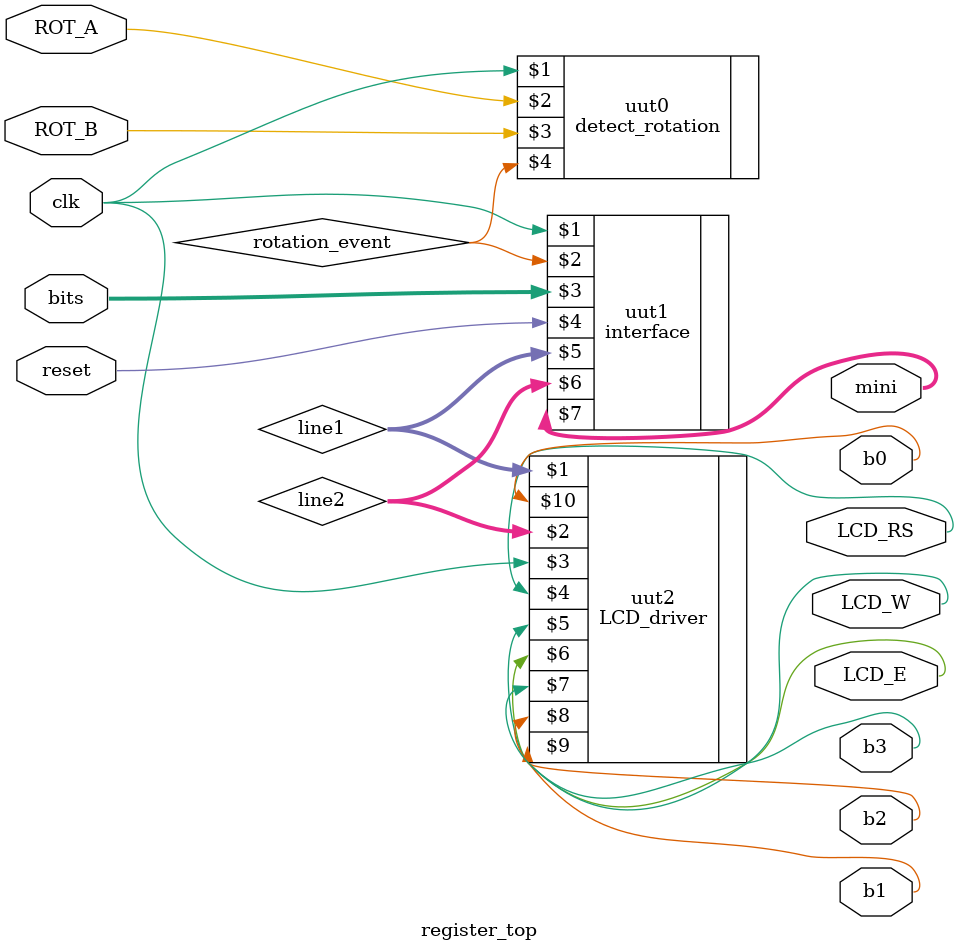
<source format=v>
`timescale 1ns / 1ps
module register_top(clk, ROT_A, ROT_B, bits, LCD_RS, LCD_W, LCD_E, b3, b2, b1, b0, reset, mini);
        input [3:0]bits;
        input clk,ROT_A,ROT_B,reset;
        output LCD_RS, LCD_W, LCD_E, b3, b2, b1, b0;
		  output [3:0] mini;
		  wire LCD_RS, LCD_W, LCD_E, b3, b2, b1, b0;
        wire rotation_event;
        wire [127:0]line1;
        wire [127:0]line2;
		  wire [3:0] mini;
        // detector D0(clk,rot_a,rot_b,rot);
        detect_rotation uut0(clk,ROT_A,ROT_B,rotation_event);
		  interface uut1(clk,rotation_event,bits,reset,line1,line2,mini);
        // lcd_driver L0(line1,line2,clk,lcd_rs,lcd_w,lcd_e,databits);
        LCD_driver uut2(line1,line2,clk,LCD_RS,LCD_W,LCD_E,b3,b2,b1,b0);
endmodule
</source>
